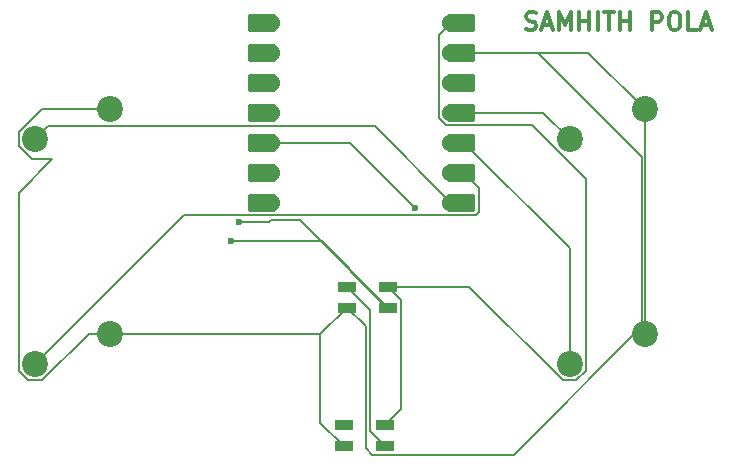
<source format=gbr>
%TF.GenerationSoftware,KiCad,Pcbnew,9.0.2*%
%TF.CreationDate,2025-05-18T21:43:26-07:00*%
%TF.ProjectId,proj,70726f6a-2e6b-4696-9361-645f70636258,rev?*%
%TF.SameCoordinates,Original*%
%TF.FileFunction,Copper,L1,Top*%
%TF.FilePolarity,Positive*%
%FSLAX46Y46*%
G04 Gerber Fmt 4.6, Leading zero omitted, Abs format (unit mm)*
G04 Created by KiCad (PCBNEW 9.0.2) date 2025-05-18 21:43:26*
%MOMM*%
%LPD*%
G01*
G04 APERTURE LIST*
G04 Aperture macros list*
%AMRoundRect*
0 Rectangle with rounded corners*
0 $1 Rounding radius*
0 $2 $3 $4 $5 $6 $7 $8 $9 X,Y pos of 4 corners*
0 Add a 4 corners polygon primitive as box body*
4,1,4,$2,$3,$4,$5,$6,$7,$8,$9,$2,$3,0*
0 Add four circle primitives for the rounded corners*
1,1,$1+$1,$2,$3*
1,1,$1+$1,$4,$5*
1,1,$1+$1,$6,$7*
1,1,$1+$1,$8,$9*
0 Add four rect primitives between the rounded corners*
20,1,$1+$1,$2,$3,$4,$5,0*
20,1,$1+$1,$4,$5,$6,$7,0*
20,1,$1+$1,$6,$7,$8,$9,0*
20,1,$1+$1,$8,$9,$2,$3,0*%
G04 Aperture macros list end*
%ADD10C,0.300000*%
%TA.AperFunction,NonConductor*%
%ADD11C,0.300000*%
%TD*%
%TA.AperFunction,SMDPad,CuDef*%
%ADD12RoundRect,0.152400X-1.063600X-0.609600X1.063600X-0.609600X1.063600X0.609600X-1.063600X0.609600X0*%
%TD*%
%TA.AperFunction,ComponentPad*%
%ADD13C,1.524000*%
%TD*%
%TA.AperFunction,SMDPad,CuDef*%
%ADD14RoundRect,0.152400X1.063600X0.609600X-1.063600X0.609600X-1.063600X-0.609600X1.063600X-0.609600X0*%
%TD*%
%TA.AperFunction,ComponentPad*%
%ADD15C,2.200000*%
%TD*%
%TA.AperFunction,SMDPad,CuDef*%
%ADD16R,1.600000X0.850000*%
%TD*%
%TA.AperFunction,ViaPad*%
%ADD17C,0.600000*%
%TD*%
%TA.AperFunction,Conductor*%
%ADD18C,0.200000*%
%TD*%
G04 APERTURE END LIST*
D10*
D11*
X199683082Y-69129400D02*
X199897368Y-69200828D01*
X199897368Y-69200828D02*
X200254510Y-69200828D01*
X200254510Y-69200828D02*
X200397368Y-69129400D01*
X200397368Y-69129400D02*
X200468796Y-69057971D01*
X200468796Y-69057971D02*
X200540225Y-68915114D01*
X200540225Y-68915114D02*
X200540225Y-68772257D01*
X200540225Y-68772257D02*
X200468796Y-68629400D01*
X200468796Y-68629400D02*
X200397368Y-68557971D01*
X200397368Y-68557971D02*
X200254510Y-68486542D01*
X200254510Y-68486542D02*
X199968796Y-68415114D01*
X199968796Y-68415114D02*
X199825939Y-68343685D01*
X199825939Y-68343685D02*
X199754510Y-68272257D01*
X199754510Y-68272257D02*
X199683082Y-68129400D01*
X199683082Y-68129400D02*
X199683082Y-67986542D01*
X199683082Y-67986542D02*
X199754510Y-67843685D01*
X199754510Y-67843685D02*
X199825939Y-67772257D01*
X199825939Y-67772257D02*
X199968796Y-67700828D01*
X199968796Y-67700828D02*
X200325939Y-67700828D01*
X200325939Y-67700828D02*
X200540225Y-67772257D01*
X201111653Y-68772257D02*
X201825939Y-68772257D01*
X200968796Y-69200828D02*
X201468796Y-67700828D01*
X201468796Y-67700828D02*
X201968796Y-69200828D01*
X202468795Y-69200828D02*
X202468795Y-67700828D01*
X202468795Y-67700828D02*
X202968795Y-68772257D01*
X202968795Y-68772257D02*
X203468795Y-67700828D01*
X203468795Y-67700828D02*
X203468795Y-69200828D01*
X204183081Y-69200828D02*
X204183081Y-67700828D01*
X204183081Y-68415114D02*
X205040224Y-68415114D01*
X205040224Y-69200828D02*
X205040224Y-67700828D01*
X205754510Y-69200828D02*
X205754510Y-67700828D01*
X206254511Y-67700828D02*
X207111654Y-67700828D01*
X206683082Y-69200828D02*
X206683082Y-67700828D01*
X207611653Y-69200828D02*
X207611653Y-67700828D01*
X207611653Y-68415114D02*
X208468796Y-68415114D01*
X208468796Y-69200828D02*
X208468796Y-67700828D01*
X210325939Y-69200828D02*
X210325939Y-67700828D01*
X210325939Y-67700828D02*
X210897368Y-67700828D01*
X210897368Y-67700828D02*
X211040225Y-67772257D01*
X211040225Y-67772257D02*
X211111654Y-67843685D01*
X211111654Y-67843685D02*
X211183082Y-67986542D01*
X211183082Y-67986542D02*
X211183082Y-68200828D01*
X211183082Y-68200828D02*
X211111654Y-68343685D01*
X211111654Y-68343685D02*
X211040225Y-68415114D01*
X211040225Y-68415114D02*
X210897368Y-68486542D01*
X210897368Y-68486542D02*
X210325939Y-68486542D01*
X212111654Y-67700828D02*
X212397368Y-67700828D01*
X212397368Y-67700828D02*
X212540225Y-67772257D01*
X212540225Y-67772257D02*
X212683082Y-67915114D01*
X212683082Y-67915114D02*
X212754511Y-68200828D01*
X212754511Y-68200828D02*
X212754511Y-68700828D01*
X212754511Y-68700828D02*
X212683082Y-68986542D01*
X212683082Y-68986542D02*
X212540225Y-69129400D01*
X212540225Y-69129400D02*
X212397368Y-69200828D01*
X212397368Y-69200828D02*
X212111654Y-69200828D01*
X212111654Y-69200828D02*
X211968797Y-69129400D01*
X211968797Y-69129400D02*
X211825939Y-68986542D01*
X211825939Y-68986542D02*
X211754511Y-68700828D01*
X211754511Y-68700828D02*
X211754511Y-68200828D01*
X211754511Y-68200828D02*
X211825939Y-67915114D01*
X211825939Y-67915114D02*
X211968797Y-67772257D01*
X211968797Y-67772257D02*
X212111654Y-67700828D01*
X214111654Y-69200828D02*
X213397368Y-69200828D01*
X213397368Y-69200828D02*
X213397368Y-67700828D01*
X214540226Y-68772257D02*
X215254512Y-68772257D01*
X214397369Y-69200828D02*
X214897369Y-67700828D01*
X214897369Y-67700828D02*
X215397369Y-69200828D01*
D12*
%TO.P,U1,14,VBUS*%
%TO.N,+5V*%
X194192500Y-68580000D03*
D13*
X193357500Y-68580000D03*
D12*
%TO.P,U1,13,GND*%
%TO.N,GND*%
X194192500Y-71120000D03*
D13*
X193357500Y-71120000D03*
D12*
%TO.P,U1,12,3V3*%
%TO.N,unconnected-(U1-3V3-Pad12)*%
X194192500Y-73660000D03*
D13*
X193357500Y-73660000D03*
D12*
%TO.P,U1,11,GPIO3/MOSI*%
%TO.N,Net-(U1-GPIO3{slash}MOSI)*%
X194192500Y-76200000D03*
D13*
X193357500Y-76200000D03*
D12*
%TO.P,U1,10,GPIO4/MISO*%
%TO.N,Net-(U1-GPIO4{slash}MISO)*%
X194192500Y-78740000D03*
D13*
X193357500Y-78740000D03*
D12*
%TO.P,U1,9,GPIO2/SCK*%
%TO.N,Net-(U1-GPIO2{slash}SCK)*%
X194192500Y-81280000D03*
D13*
X193357500Y-81280000D03*
D12*
%TO.P,U1,8,GPIO1/RX*%
%TO.N,Net-(U1-GPIO1{slash}RX)*%
X194192500Y-83820000D03*
D13*
X193357500Y-83820000D03*
%TO.P,U1,7,GPIO0/TX*%
%TO.N,unconnected-(U1-GPIO0{slash}TX-Pad7)*%
X178117500Y-83820000D03*
D14*
X177282500Y-83820000D03*
D13*
%TO.P,U1,6,GPIO7/SCL*%
%TO.N,unconnected-(U1-GPIO7{slash}SCL-Pad6)*%
X178117500Y-81280000D03*
D14*
X177282500Y-81280000D03*
D13*
%TO.P,U1,5,GPIO6/SDA*%
%TO.N,Net-(D1-DIN)*%
X178117500Y-78740000D03*
D14*
X177282500Y-78740000D03*
D13*
%TO.P,U1,4,GPIO29/ADC3/A3*%
%TO.N,unconnected-(U1-GPIO29{slash}ADC3{slash}A3-Pad4)*%
X178117500Y-76200000D03*
D14*
X177282500Y-76200000D03*
D13*
%TO.P,U1,3,GPIO28/ADC2/A2*%
%TO.N,unconnected-(U1-GPIO28{slash}ADC2{slash}A2-Pad3)*%
X178117500Y-73660000D03*
D14*
X177282500Y-73660000D03*
D13*
%TO.P,U1,2,GPIO27/ADC1/A1*%
%TO.N,unconnected-(U1-GPIO27{slash}ADC1{slash}A1-Pad2)*%
X178117500Y-71120000D03*
D14*
X177282500Y-71120000D03*
D13*
%TO.P,U1,1,GPIO26/ADC0/A0*%
%TO.N,unconnected-(U1-GPIO26{slash}ADC0{slash}A0-Pad1)*%
X178117500Y-68580000D03*
D14*
X177282500Y-68580000D03*
%TD*%
D15*
%TO.P,SW4,1,1*%
%TO.N,GND*%
X209708750Y-75882500D03*
%TO.P,SW4,2,2*%
%TO.N,Net-(U1-GPIO3{slash}MOSI)*%
X203358750Y-78422500D03*
%TD*%
%TO.P,SW3,1,1*%
%TO.N,GND*%
X209708750Y-94932500D03*
%TO.P,SW3,2,2*%
%TO.N,Net-(U1-GPIO4{slash}MISO)*%
X203358750Y-97472500D03*
%TD*%
%TO.P,SW2,1,1*%
%TO.N,GND*%
X164465000Y-94932500D03*
%TO.P,SW2,2,2*%
%TO.N,Net-(U1-GPIO2{slash}SCK)*%
X158115000Y-97472500D03*
%TD*%
%TO.P,SW1,1,1*%
%TO.N,GND*%
X164465000Y-75882500D03*
%TO.P,SW1,2,2*%
%TO.N,Net-(U1-GPIO1{slash}RX)*%
X158115000Y-78422500D03*
%TD*%
D16*
%TO.P,D2,1,DOUT*%
%TO.N,unconnected-(D2-DOUT-Pad1)*%
X184243750Y-102681250D03*
%TO.P,D2,2,VSS*%
%TO.N,GND*%
X184243750Y-104431250D03*
%TO.P,D2,3,DIN*%
%TO.N,Net-(D1-DOUT)*%
X187743750Y-104431250D03*
%TO.P,D2,4,VDD*%
%TO.N,+5V*%
X187743750Y-102681250D03*
%TD*%
%TO.P,D1,1,DOUT*%
%TO.N,Net-(D1-DOUT)*%
X184500000Y-90950000D03*
%TO.P,D1,2,VSS*%
%TO.N,GND*%
X184500000Y-92700000D03*
%TO.P,D1,3,DIN*%
%TO.N,Net-(D1-DIN)*%
X188000000Y-92700000D03*
%TO.P,D1,4,VDD*%
%TO.N,+5V*%
X188000000Y-90950000D03*
%TD*%
D17*
%TO.N,Net-(D1-DIN)*%
X174700000Y-87100000D03*
X175400000Y-85483000D03*
X190300000Y-84283000D03*
X188000000Y-92700000D03*
%TD*%
D18*
%TO.N,+5V*%
X187743750Y-102681250D02*
X189101000Y-101324000D01*
X189101000Y-101324000D02*
X189101000Y-92051000D01*
X189101000Y-92051000D02*
X188000000Y-90950000D01*
%TO.N,Net-(D1-DIN)*%
X182400000Y-87100000D02*
X174700000Y-87100000D01*
X188000000Y-92700000D02*
X182400000Y-87100000D01*
%TO.N,GND*%
X193357500Y-71120000D02*
X200651066Y-71120000D01*
X200651066Y-71120000D02*
X209519750Y-79988684D01*
X209519750Y-79988684D02*
X209519750Y-94279970D01*
X209519750Y-94279970D02*
X198642470Y-105157250D01*
X186099000Y-104613500D02*
X186099000Y-94299000D01*
X186099000Y-94299000D02*
X184500000Y-92700000D01*
X198642470Y-105157250D02*
X186642750Y-105157250D01*
X186642750Y-105157250D02*
X186099000Y-104613500D01*
%TO.N,+5V*%
X188000000Y-90950000D02*
X194854936Y-90950000D01*
X204759750Y-98052814D02*
X204759750Y-81804814D01*
X192294500Y-69643000D02*
X193357500Y-68580000D01*
X194854936Y-90950000D02*
X202778436Y-98873500D01*
X202778436Y-98873500D02*
X203939064Y-98873500D01*
X203939064Y-98873500D02*
X204759750Y-98052814D01*
X204759750Y-81804814D02*
X200217936Y-77263000D01*
X200217936Y-77263000D02*
X192917190Y-77263000D01*
X192917190Y-77263000D02*
X192294500Y-76640310D01*
X192294500Y-76640310D02*
X192294500Y-69643000D01*
%TO.N,GND*%
X209708750Y-94932500D02*
X209708750Y-75882500D01*
X193357500Y-71120000D02*
X204946250Y-71120000D01*
X204946250Y-71120000D02*
X209708750Y-75882500D01*
%TO.N,Net-(U1-GPIO3{slash}MOSI)*%
X193357500Y-76200000D02*
X201136250Y-76200000D01*
X201136250Y-76200000D02*
X203358750Y-78422500D01*
%TO.N,Net-(U1-GPIO4{slash}MISO)*%
X193357500Y-78740000D02*
X194435130Y-78740000D01*
X194435130Y-78740000D02*
X203358750Y-87663620D01*
X203358750Y-87663620D02*
X203358750Y-97472500D01*
%TO.N,Net-(D1-DIN)*%
X177918500Y-85483000D02*
X175400000Y-85483000D01*
X178117500Y-85284000D02*
X177918500Y-85483000D01*
X178117500Y-78740000D02*
X184757000Y-78740000D01*
X184757000Y-78740000D02*
X190300000Y-84283000D01*
X188000000Y-92700000D02*
X187923000Y-92700000D01*
X187923000Y-92700000D02*
X180507000Y-85284000D01*
X180507000Y-85284000D02*
X178117500Y-85284000D01*
%TO.N,Net-(D1-DOUT)*%
X187743750Y-104431250D02*
X186500000Y-103187500D01*
X186500000Y-103187500D02*
X186500000Y-92950000D01*
X186500000Y-92950000D02*
X184500000Y-90950000D01*
%TO.N,GND*%
X184243750Y-104431250D02*
X182267500Y-102455000D01*
X182267500Y-102455000D02*
X182267500Y-94932500D01*
X164465000Y-94932500D02*
X162636314Y-94932500D01*
X156714000Y-79002814D02*
X156714000Y-77842186D01*
X162636314Y-94932500D02*
X158695314Y-98873500D01*
X158695314Y-98873500D02*
X157534686Y-98873500D01*
X157534686Y-98873500D02*
X156714000Y-98052814D01*
X156714000Y-77842186D02*
X158673686Y-75882500D01*
X156714000Y-98052814D02*
X156714000Y-82965442D01*
X157816628Y-80105442D02*
X156714000Y-79002814D01*
X156714000Y-82965442D02*
X159574000Y-80105442D01*
X159574000Y-80105442D02*
X157816628Y-80105442D01*
X158673686Y-75882500D02*
X164465000Y-75882500D01*
X164465000Y-94932500D02*
X182267500Y-94932500D01*
X182267500Y-94932500D02*
X184500000Y-92700000D01*
%TO.N,Net-(U1-GPIO2{slash}SCK)*%
X158115000Y-97472500D02*
X170704500Y-84883000D01*
X170704500Y-84883000D02*
X195448126Y-84883000D01*
X194435130Y-81280000D02*
X193357500Y-81280000D01*
X195448126Y-84883000D02*
X195709500Y-84621626D01*
X195709500Y-82554370D02*
X194435130Y-81280000D01*
X195709500Y-84621626D02*
X195709500Y-82554370D01*
%TO.N,Net-(U1-GPIO1{slash}RX)*%
X158115000Y-78422500D02*
X159214999Y-77322501D01*
X159214999Y-77322501D02*
X186860001Y-77322501D01*
X186860001Y-77322501D02*
X193357500Y-83820000D01*
%TD*%
M02*

</source>
